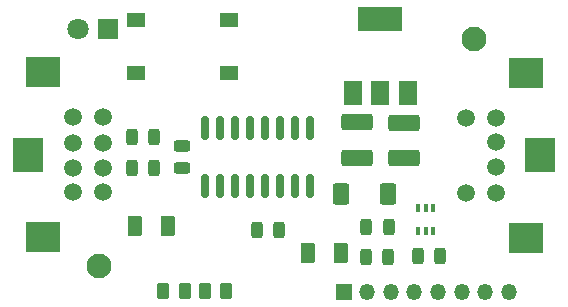
<source format=gbr>
G04 #@! TF.GenerationSoftware,KiCad,Pcbnew,(6.0.1-0)*
G04 #@! TF.CreationDate,2022-03-09T23:30:53+00:00*
G04 #@! TF.ProjectId,sharpkey,73686172-706b-4657-992e-6b696361645f,1.3*
G04 #@! TF.SameCoordinates,Original*
G04 #@! TF.FileFunction,Soldermask,Top*
G04 #@! TF.FilePolarity,Negative*
%FSLAX46Y46*%
G04 Gerber Fmt 4.6, Leading zero omitted, Abs format (unit mm)*
G04 Created by KiCad (PCBNEW (6.0.1-0)) date 2022-03-09 23:30:53*
%MOMM*%
%LPD*%
G01*
G04 APERTURE LIST*
G04 Aperture macros list*
%AMRoundRect*
0 Rectangle with rounded corners*
0 $1 Rounding radius*
0 $2 $3 $4 $5 $6 $7 $8 $9 X,Y pos of 4 corners*
0 Add a 4 corners polygon primitive as box body*
4,1,4,$2,$3,$4,$5,$6,$7,$8,$9,$2,$3,0*
0 Add four circle primitives for the rounded corners*
1,1,$1+$1,$2,$3*
1,1,$1+$1,$4,$5*
1,1,$1+$1,$6,$7*
1,1,$1+$1,$8,$9*
0 Add four rect primitives between the rounded corners*
20,1,$1+$1,$2,$3,$4,$5,0*
20,1,$1+$1,$4,$5,$6,$7,0*
20,1,$1+$1,$6,$7,$8,$9,0*
20,1,$1+$1,$8,$9,$2,$3,0*%
G04 Aperture macros list end*
%ADD10R,1.800000X1.800000*%
%ADD11C,1.800000*%
%ADD12C,1.500000*%
%ADD13R,2.500000X3.000000*%
%ADD14R,3.000000X2.500000*%
%ADD15R,1.350000X1.350000*%
%ADD16O,1.350000X1.350000*%
%ADD17RoundRect,0.243750X-0.243750X-0.456250X0.243750X-0.456250X0.243750X0.456250X-0.243750X0.456250X0*%
%ADD18C,2.100000*%
%ADD19RoundRect,0.150000X0.150000X-0.825000X0.150000X0.825000X-0.150000X0.825000X-0.150000X-0.825000X0*%
%ADD20R,1.500000X2.000000*%
%ADD21R,3.800000X2.000000*%
%ADD22RoundRect,0.250001X-1.074999X0.462499X-1.074999X-0.462499X1.074999X-0.462499X1.074999X0.462499X0*%
%ADD23R,1.550000X1.300000*%
%ADD24RoundRect,0.249999X-0.450001X-0.650001X0.450001X-0.650001X0.450001X0.650001X-0.450001X0.650001X0*%
%ADD25RoundRect,0.243750X-0.456250X0.243750X-0.456250X-0.243750X0.456250X-0.243750X0.456250X0.243750X0*%
%ADD26RoundRect,0.250000X0.375000X0.625000X-0.375000X0.625000X-0.375000X-0.625000X0.375000X-0.625000X0*%
%ADD27RoundRect,0.250000X-0.375000X-0.625000X0.375000X-0.625000X0.375000X0.625000X-0.375000X0.625000X0*%
%ADD28RoundRect,0.243750X0.243750X0.456250X-0.243750X0.456250X-0.243750X-0.456250X0.243750X-0.456250X0*%
%ADD29R,0.400000X0.650000*%
%ADD30RoundRect,0.250000X-0.262500X-0.450000X0.262500X-0.450000X0.262500X0.450000X-0.262500X0.450000X0*%
%ADD31RoundRect,0.250000X0.262500X0.450000X-0.262500X0.450000X-0.262500X-0.450000X0.262500X-0.450000X0*%
G04 APERTURE END LIST*
D10*
X59980000Y-82660000D03*
D11*
X57440000Y-82660000D03*
D12*
X92820000Y-92177000D03*
X92820000Y-94336000D03*
X92820000Y-90145000D03*
X92820000Y-96495000D03*
X90280000Y-90145000D03*
X90280000Y-96495000D03*
D13*
X96567800Y-93320000D03*
D14*
X95360000Y-100305000D03*
X95360000Y-86335000D03*
D15*
X79950000Y-104870000D03*
D16*
X81950000Y-104870000D03*
X83950000Y-104870000D03*
X85950000Y-104870000D03*
X87950000Y-104870000D03*
X89950000Y-104870000D03*
X91950000Y-104870000D03*
X93950000Y-104870000D03*
D17*
X62022500Y-94420000D03*
X63897500Y-94420000D03*
X62012500Y-91750000D03*
X63887500Y-91750000D03*
D18*
X91000000Y-83500000D03*
X59200000Y-102700000D03*
D19*
X68215000Y-95925000D03*
X69485000Y-95925000D03*
X70755000Y-95925000D03*
X72025000Y-95925000D03*
X73295000Y-95925000D03*
X74565000Y-95925000D03*
X75835000Y-95925000D03*
X77105000Y-95925000D03*
X77105000Y-90975000D03*
X75835000Y-90975000D03*
X74565000Y-90975000D03*
X73295000Y-90975000D03*
X72025000Y-90975000D03*
X70755000Y-90975000D03*
X69485000Y-90975000D03*
X68215000Y-90975000D03*
D20*
X80770000Y-88080000D03*
D21*
X83070000Y-81780000D03*
D20*
X83070000Y-88080000D03*
X85370000Y-88080000D03*
D22*
X81080000Y-90542500D03*
X81080000Y-93517500D03*
X85090000Y-90572500D03*
X85090000Y-93547500D03*
D23*
X62335000Y-86350000D03*
X70285000Y-86350000D03*
X62335000Y-81850000D03*
X70285000Y-81850000D03*
D24*
X79720000Y-96590000D03*
X83720000Y-96590000D03*
D25*
X66300000Y-92512500D03*
X66300000Y-94387500D03*
D26*
X65070000Y-99300000D03*
X62270000Y-99300000D03*
D27*
X76930000Y-101600000D03*
X79730000Y-101600000D03*
D28*
X83747500Y-101970000D03*
X81872500Y-101970000D03*
D29*
X87540000Y-97790000D03*
X86890000Y-97790000D03*
X86240000Y-97790000D03*
X86240000Y-99690000D03*
X86890000Y-99690000D03*
X87540000Y-99690000D03*
D17*
X86222500Y-101840000D03*
X88097500Y-101840000D03*
X81882500Y-99370000D03*
X83757500Y-99370000D03*
X72632500Y-99650000D03*
X74507500Y-99650000D03*
D30*
X64657500Y-104820000D03*
X66482500Y-104820000D03*
D12*
X57000000Y-94413000D03*
X57000000Y-92254000D03*
X57000000Y-96445000D03*
X59540000Y-94413000D03*
X57000000Y-90095000D03*
X59540000Y-96445000D03*
X59540000Y-92254000D03*
X59540000Y-90095000D03*
D14*
X54460000Y-86285000D03*
D13*
X53252200Y-93270000D03*
D14*
X54460000Y-100255000D03*
D31*
X70022500Y-104820000D03*
X68197500Y-104820000D03*
M02*

</source>
